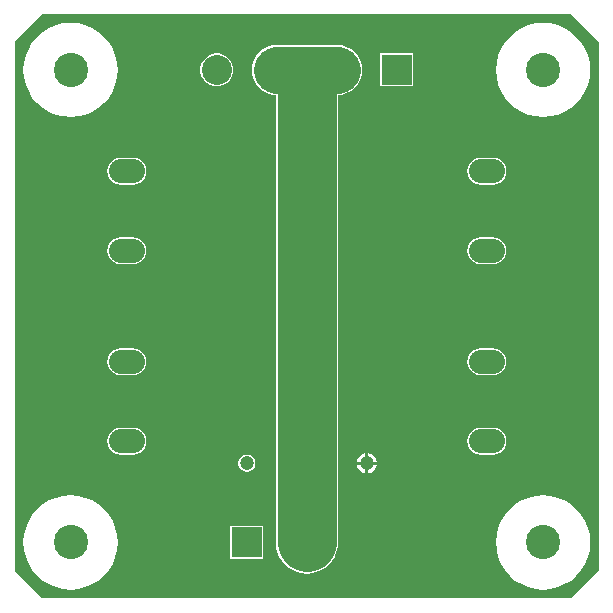
<source format=gbl>
G04*
G04 #@! TF.GenerationSoftware,Altium Limited,Altium Designer,21.6.1 (37)*
G04*
G04 Layer_Physical_Order=2*
G04 Layer_Color=16711680*
%FSLAX25Y25*%
%MOIN*%
G70*
G04*
G04 #@! TF.SameCoordinates,6932302D-1246-4337-B808-B0F653D0E11F*
G04*
G04*
G04 #@! TF.FilePolarity,Positive*
G04*
G01*
G75*
%ADD31O,0.12000X0.08000*%
%ADD33C,0.15748*%
%ADD39C,0.11417*%
%ADD40C,0.10000*%
%ADD41R,0.10000X0.10000*%
%ADD42C,0.04724*%
%ADD43C,0.03150*%
%ADD44C,0.19685*%
G36*
X259212Y215176D02*
X259212Y38871D01*
X249959Y29618D01*
X73654Y29618D01*
X64401Y38871D01*
X64401Y215176D01*
X73654Y224429D01*
X249959Y224429D01*
X259212Y215176D01*
X259212Y215176D02*
G37*
%LPC*%
G36*
X197306Y211264D02*
X186306Y211264D01*
X186306Y200264D01*
X197306Y200264D01*
X197306Y211264D01*
X197306Y211264D02*
G37*
G36*
X132530Y211264D02*
X131082Y211264D01*
X129683Y210889D01*
X128429Y210165D01*
X127405Y209141D01*
X126681Y207887D01*
X126306Y206488D01*
X126306Y205040D01*
X126681Y203641D01*
X127405Y202387D01*
X128429Y201363D01*
X129683Y200639D01*
X131082Y200264D01*
X132530Y200264D01*
X133929Y200639D01*
X135183Y201363D01*
X136207Y202387D01*
X136932Y203641D01*
X137306Y205040D01*
X137306Y206488D01*
X136932Y207887D01*
X136207Y209141D01*
X135183Y210165D01*
X133929Y210889D01*
X132530Y211264D01*
X132530Y211264D02*
G37*
G36*
X240546Y221470D02*
X238089Y221276D01*
X235693Y220701D01*
X233416Y219758D01*
X231315Y218470D01*
X229441Y216869D01*
X227840Y214996D01*
X226552Y212894D01*
X225609Y210617D01*
X225034Y208221D01*
X224840Y205764D01*
X225034Y203307D01*
X225609Y200910D01*
X226552Y198633D01*
X227840Y196532D01*
X229441Y194658D01*
X231315Y193057D01*
X233416Y191770D01*
X235693Y190827D01*
X238089Y190251D01*
X240546Y190058D01*
X243003Y190251D01*
X245400Y190827D01*
X247677Y191770D01*
X249778Y193057D01*
X251652Y194658D01*
X253253Y196532D01*
X254540Y198633D01*
X255484Y200910D01*
X256059Y203307D01*
X256252Y205764D01*
X256059Y208221D01*
X255484Y210617D01*
X254540Y212894D01*
X253253Y214996D01*
X251652Y216869D01*
X249778Y218470D01*
X247677Y219758D01*
X245400Y220701D01*
X243003Y221276D01*
X240546Y221470D01*
X240546Y221470D02*
G37*
G36*
X83066Y221470D02*
X80609Y221276D01*
X78213Y220701D01*
X75936Y219758D01*
X73834Y218470D01*
X71960Y216869D01*
X70360Y214996D01*
X69072Y212894D01*
X68129Y210617D01*
X67554Y208221D01*
X67360Y205764D01*
X67554Y203307D01*
X68129Y200910D01*
X69072Y198633D01*
X70360Y196532D01*
X71960Y194658D01*
X73834Y193057D01*
X75936Y191770D01*
X78213Y190827D01*
X80609Y190251D01*
X83066Y190058D01*
X85523Y190251D01*
X87919Y190827D01*
X90197Y191770D01*
X92298Y193057D01*
X94172Y194658D01*
X95772Y196532D01*
X97060Y198633D01*
X98003Y200910D01*
X98579Y203307D01*
X98772Y205764D01*
X98579Y208221D01*
X98003Y210617D01*
X97060Y212894D01*
X95772Y214996D01*
X94172Y216869D01*
X92298Y218470D01*
X90197Y219758D01*
X87919Y220701D01*
X85523Y221276D01*
X83066Y221470D01*
X83066Y221470D02*
G37*
G36*
X223806Y176562D02*
X219806Y176562D01*
X218632Y176408D01*
X217537Y175954D01*
X216597Y175233D01*
X215876Y174293D01*
X215422Y173198D01*
X215267Y172024D01*
X215422Y170849D01*
X215876Y169754D01*
X216597Y168814D01*
X217537Y168093D01*
X218632Y167640D01*
X219806Y167485D01*
X223806Y167485D01*
X224981Y167640D01*
X226076Y168093D01*
X227016Y168814D01*
X227737Y169754D01*
X228190Y170849D01*
X228345Y172024D01*
X228190Y173198D01*
X227737Y174293D01*
X227016Y175233D01*
X226076Y175954D01*
X224981Y176408D01*
X223806Y176562D01*
X223806Y176562D02*
G37*
G36*
X103806Y176562D02*
X99806Y176562D01*
X98632Y176408D01*
X97537Y175954D01*
X96597Y175233D01*
X95876Y174293D01*
X95422Y173198D01*
X95267Y172024D01*
X95422Y170849D01*
X95876Y169754D01*
X96597Y168814D01*
X97537Y168093D01*
X98632Y167640D01*
X99806Y167485D01*
X103806Y167485D01*
X104981Y167640D01*
X106076Y168093D01*
X107016Y168814D01*
X107737Y169754D01*
X108191Y170849D01*
X108345Y172024D01*
X108191Y173198D01*
X107737Y174293D01*
X107016Y175233D01*
X106076Y175954D01*
X104981Y176408D01*
X103806Y176562D01*
X103806Y176562D02*
G37*
G36*
X223806Y150062D02*
X219806Y150062D01*
X218632Y149908D01*
X217537Y149454D01*
X216597Y148733D01*
X215876Y147793D01*
X215422Y146698D01*
X215267Y145524D01*
X215422Y144349D01*
X215876Y143254D01*
X216597Y142314D01*
X217537Y141593D01*
X218632Y141139D01*
X219806Y140985D01*
X223806Y140985D01*
X224981Y141139D01*
X226076Y141593D01*
X227016Y142314D01*
X227737Y143254D01*
X228190Y144349D01*
X228345Y145524D01*
X228190Y146698D01*
X227737Y147793D01*
X227016Y148733D01*
X226076Y149454D01*
X224981Y149908D01*
X223806Y150062D01*
X223806Y150062D02*
G37*
G36*
X103806Y150062D02*
X99806Y150062D01*
X98632Y149908D01*
X97537Y149454D01*
X96597Y148733D01*
X95876Y147793D01*
X95422Y146698D01*
X95267Y145524D01*
X95422Y144349D01*
X95876Y143254D01*
X96597Y142314D01*
X97537Y141593D01*
X98632Y141139D01*
X99806Y140985D01*
X103806Y140985D01*
X104981Y141139D01*
X106076Y141593D01*
X107016Y142314D01*
X107737Y143254D01*
X108191Y144349D01*
X108345Y145524D01*
X108191Y146698D01*
X107737Y147793D01*
X107016Y148733D01*
X106076Y149454D01*
X104981Y149908D01*
X103806Y150062D01*
X103806Y150062D02*
G37*
G36*
X223806Y113062D02*
X219806Y113062D01*
X218632Y112908D01*
X217537Y112454D01*
X216597Y111733D01*
X215876Y110793D01*
X215422Y109698D01*
X215267Y108524D01*
X215422Y107349D01*
X215876Y106254D01*
X216597Y105314D01*
X217537Y104593D01*
X218632Y104139D01*
X219806Y103985D01*
X223806Y103985D01*
X224981Y104139D01*
X226076Y104593D01*
X227016Y105314D01*
X227737Y106254D01*
X228190Y107349D01*
X228345Y108524D01*
X228190Y109698D01*
X227737Y110793D01*
X227016Y111733D01*
X226076Y112454D01*
X224981Y112908D01*
X223806Y113062D01*
X223806Y113062D02*
G37*
G36*
X103806Y113062D02*
X99806Y113062D01*
X98632Y112908D01*
X97537Y112454D01*
X96597Y111733D01*
X95876Y110793D01*
X95422Y109698D01*
X95267Y108524D01*
X95422Y107349D01*
X95876Y106254D01*
X96597Y105314D01*
X97537Y104593D01*
X98632Y104139D01*
X99806Y103985D01*
X103806Y103985D01*
X104981Y104139D01*
X106076Y104593D01*
X107016Y105314D01*
X107737Y106254D01*
X108191Y107349D01*
X108345Y108524D01*
X108191Y109698D01*
X107737Y110793D01*
X107016Y111733D01*
X106076Y112454D01*
X104981Y112908D01*
X103806Y113062D01*
X103806Y113062D02*
G37*
G36*
X223806Y86563D02*
X219806Y86563D01*
X218632Y86408D01*
X217537Y85954D01*
X216597Y85233D01*
X215876Y84293D01*
X215422Y83198D01*
X215267Y82024D01*
X215422Y80849D01*
X215876Y79754D01*
X216597Y78814D01*
X217537Y78093D01*
X218632Y77639D01*
X219806Y77485D01*
X223806Y77485D01*
X224981Y77639D01*
X226076Y78093D01*
X227016Y78814D01*
X227737Y79754D01*
X228190Y80849D01*
X228345Y82024D01*
X228190Y83198D01*
X227737Y84293D01*
X227016Y85233D01*
X226076Y85954D01*
X224981Y86408D01*
X223806Y86563D01*
X223806Y86563D02*
G37*
G36*
X103806Y86563D02*
X99806Y86563D01*
X98632Y86408D01*
X97537Y85954D01*
X96597Y85233D01*
X95876Y84293D01*
X95422Y83198D01*
X95267Y82024D01*
X95422Y80849D01*
X95876Y79754D01*
X96597Y78814D01*
X97537Y78093D01*
X98632Y77639D01*
X99806Y77485D01*
X103806Y77485D01*
X104981Y77639D01*
X106076Y78093D01*
X107016Y78814D01*
X107737Y79754D01*
X108191Y80849D01*
X108345Y82024D01*
X108191Y83198D01*
X107737Y84293D01*
X107016Y85233D01*
X106076Y85954D01*
X104981Y86408D01*
X103806Y86563D01*
X103806Y86563D02*
G37*
G36*
X182306Y77973D02*
X182306Y75126D01*
X185153Y75126D01*
X184939Y75923D01*
X184497Y76690D01*
X183871Y77316D01*
X183104Y77759D01*
X182306Y77973D01*
X182306Y77973D02*
G37*
G36*
X181306Y77973D02*
X180508Y77759D01*
X179742Y77316D01*
X179116Y76690D01*
X178673Y75923D01*
X178460Y75126D01*
X181306Y75126D01*
X181306Y77973D01*
X181306Y77973D02*
G37*
G36*
X142183Y77488D02*
X141429Y77488D01*
X140701Y77293D01*
X140049Y76916D01*
X139516Y76383D01*
X139139Y75730D01*
X138944Y75002D01*
X138944Y74249D01*
X139139Y73521D01*
X139516Y72868D01*
X140049Y72335D01*
X140701Y71959D01*
X141429Y71763D01*
X142183Y71763D01*
X142911Y71959D01*
X143564Y72335D01*
X144097Y72868D01*
X144473Y73521D01*
X144668Y74249D01*
X144668Y75002D01*
X144473Y75730D01*
X144097Y76383D01*
X143564Y76916D01*
X142911Y77293D01*
X142183Y77488D01*
X142183Y77488D02*
G37*
G36*
X181306Y74126D02*
X178460Y74126D01*
X178673Y73328D01*
X179116Y72561D01*
X179742Y71935D01*
X180508Y71493D01*
X181306Y71279D01*
X181306Y74126D01*
X181306Y74126D02*
G37*
G36*
X185153Y74126D02*
X182306Y74126D01*
X182306Y71279D01*
X183104Y71493D01*
X183871Y71935D01*
X184497Y72561D01*
X184939Y73328D01*
X185153Y74126D01*
X185153Y74126D02*
G37*
G36*
X182397Y54283D02*
X182306Y54283D01*
X182306Y48783D01*
X187806Y48783D01*
X187806Y48874D01*
X187576Y50034D01*
X187123Y51126D01*
X186467Y52108D01*
X185631Y52944D01*
X184648Y53601D01*
X183556Y54053D01*
X182397Y54283D01*
X182397Y54283D02*
G37*
G36*
X181306Y54283D02*
X181215Y54283D01*
X180056Y54053D01*
X178964Y53601D01*
X177981Y52944D01*
X177146Y52108D01*
X176489Y51126D01*
X176037Y50034D01*
X175806Y48874D01*
X175806Y48783D01*
X181306Y48783D01*
X181306Y54283D01*
X181306Y54283D02*
G37*
G36*
X147306Y53784D02*
X136306Y53784D01*
X136306Y42783D01*
X147306Y42783D01*
X147306Y53784D01*
X147306Y53784D02*
G37*
G36*
X187806Y47783D02*
X182306Y47783D01*
X182306Y42283D01*
X182397Y42283D01*
X183556Y42514D01*
X184648Y42966D01*
X185631Y43623D01*
X186467Y44459D01*
X187123Y45441D01*
X187576Y46533D01*
X187806Y47692D01*
X187806Y47783D01*
X187806Y47783D02*
G37*
G36*
X181306Y47783D02*
X175806Y47783D01*
X175806Y47692D01*
X176037Y46533D01*
X176489Y45441D01*
X177146Y44459D01*
X177981Y43623D01*
X178964Y42966D01*
X180056Y42514D01*
X181215Y42283D01*
X181306Y42283D01*
X181306Y47783D01*
X181306Y47783D02*
G37*
G36*
X171806Y214178D02*
X151806Y214178D01*
X150165Y214017D01*
X148586Y213538D01*
X147131Y212760D01*
X145856Y211714D01*
X144810Y210439D01*
X144032Y208984D01*
X143553Y207405D01*
X143392Y205764D01*
X143553Y204122D01*
X144032Y202544D01*
X144810Y201089D01*
X145856Y199814D01*
X147131Y198767D01*
X148586Y197990D01*
X150165Y197511D01*
X151432Y197386D01*
X151432Y48283D01*
X151559Y46661D01*
X151940Y45078D01*
X152562Y43573D01*
X153413Y42186D01*
X154470Y40948D01*
X155708Y39890D01*
X157096Y39040D01*
X158600Y38417D01*
X160183Y38037D01*
X161806Y37909D01*
X163429Y38037D01*
X165012Y38417D01*
X166516Y39040D01*
X167904Y39890D01*
X169142Y40948D01*
X170199Y42186D01*
X171050Y43573D01*
X171673Y45078D01*
X172053Y46661D01*
X172181Y48283D01*
X172181Y197386D01*
X173448Y197511D01*
X175026Y197990D01*
X176481Y198767D01*
X177756Y199814D01*
X178803Y201089D01*
X179580Y202544D01*
X180059Y204122D01*
X180221Y205764D01*
X180059Y207405D01*
X179580Y208984D01*
X178803Y210439D01*
X177756Y211714D01*
X176481Y212760D01*
X175026Y213538D01*
X173448Y214017D01*
X171806Y214178D01*
X171806Y214178D02*
G37*
G36*
X240546Y63989D02*
X238089Y63796D01*
X235693Y63221D01*
X233416Y62278D01*
X231315Y60990D01*
X229441Y59389D01*
X227840Y57515D01*
X226552Y55414D01*
X225609Y53137D01*
X225034Y50740D01*
X224840Y48283D01*
X225034Y45827D01*
X225609Y43430D01*
X226552Y41153D01*
X227840Y39052D01*
X229441Y37178D01*
X231315Y35577D01*
X233416Y34289D01*
X235693Y33346D01*
X238089Y32771D01*
X240546Y32578D01*
X243003Y32771D01*
X245400Y33346D01*
X247677Y34289D01*
X249778Y35577D01*
X251652Y37178D01*
X253253Y39052D01*
X254540Y41153D01*
X255484Y43430D01*
X256059Y45827D01*
X256252Y48283D01*
X256059Y50740D01*
X255484Y53137D01*
X254540Y55414D01*
X253253Y57515D01*
X251652Y59389D01*
X249778Y60990D01*
X247677Y62278D01*
X245400Y63221D01*
X243003Y63796D01*
X240546Y63989D01*
X240546Y63989D02*
G37*
G36*
X83066Y63989D02*
X80609Y63796D01*
X78213Y63221D01*
X75936Y62278D01*
X73834Y60990D01*
X71960Y59389D01*
X70360Y57515D01*
X69072Y55414D01*
X68129Y53137D01*
X67554Y50740D01*
X67360Y48283D01*
X67554Y45827D01*
X68129Y43430D01*
X69072Y41153D01*
X70360Y39052D01*
X71960Y37178D01*
X73834Y35577D01*
X75936Y34289D01*
X78213Y33346D01*
X80609Y32771D01*
X83066Y32578D01*
X85523Y32771D01*
X87919Y33346D01*
X90197Y34289D01*
X92298Y35577D01*
X94172Y37178D01*
X95772Y39052D01*
X97060Y41153D01*
X98003Y43430D01*
X98579Y45827D01*
X98772Y48283D01*
X98579Y50740D01*
X98003Y53137D01*
X97060Y55414D01*
X95772Y57515D01*
X94172Y59389D01*
X92298Y60990D01*
X90197Y62278D01*
X87919Y63221D01*
X85523Y63796D01*
X83066Y63989D01*
X83066Y63989D02*
G37*
%LPD*%
D31*
X221806Y108524D02*
D03*
X221806Y82024D02*
D03*
X221806Y145524D02*
D03*
X221806Y172024D02*
D03*
X101806Y172024D02*
D03*
X101806Y145524D02*
D03*
X101806Y82024D02*
D03*
X101806Y108524D02*
D03*
D33*
X161806Y205764D02*
X171806Y205764D01*
X151806Y205764D02*
X161806Y205764D01*
X182546Y49024D02*
X193711Y49024D01*
D39*
X240546Y48283D02*
D03*
X83066Y48283D02*
D03*
X83066Y205764D02*
D03*
X240546Y205764D02*
D03*
D40*
X171806Y205764D02*
D03*
X151806Y205764D02*
D03*
X131806Y205764D02*
D03*
X161806Y48283D02*
D03*
X181806Y48283D02*
D03*
D41*
X191806Y205764D02*
D03*
X141806Y48283D02*
D03*
D42*
X161806Y74626D02*
D03*
X141806Y74626D02*
D03*
X181806Y74626D02*
D03*
D43*
X198161Y147169D02*
D03*
X201704Y147169D02*
D03*
X198161Y155169D02*
D03*
X198161Y151169D02*
D03*
X201704Y151169D02*
D03*
X201704Y155169D02*
D03*
X125452Y147169D02*
D03*
X121909Y147169D02*
D03*
X125452Y155169D02*
D03*
X125452Y151169D02*
D03*
X121909Y151169D02*
D03*
X121909Y155169D02*
D03*
D44*
X161806Y48283D02*
X161806Y200124D01*
M02*

</source>
